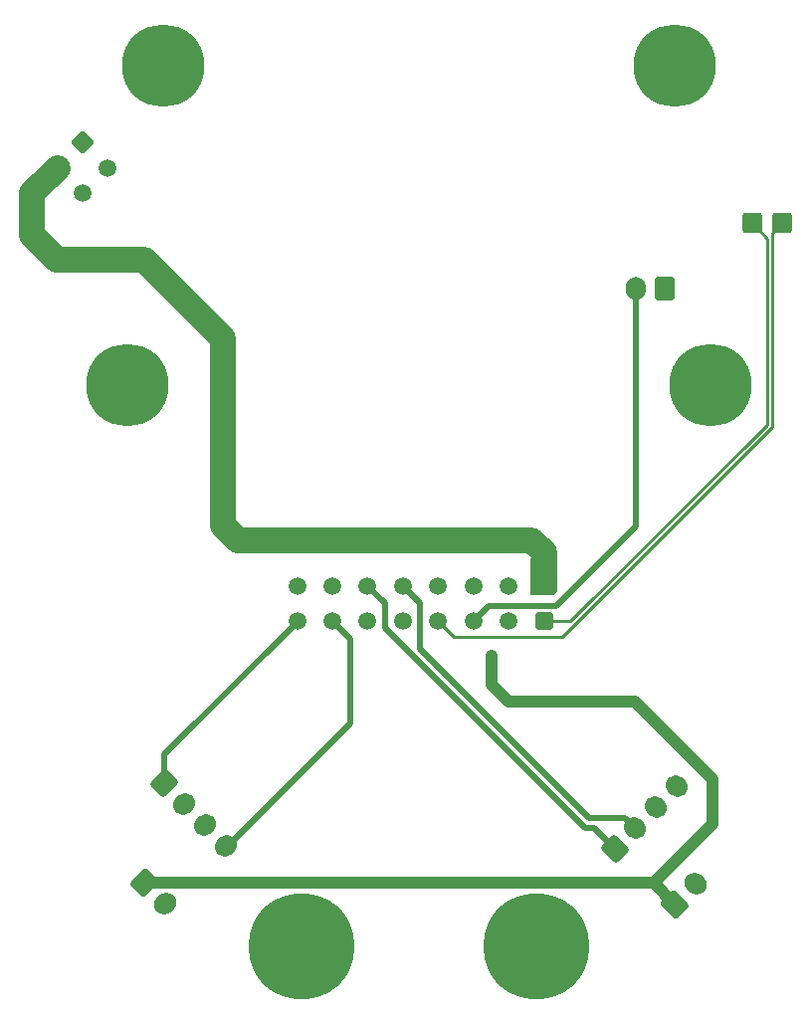
<source format=gbr>
%TF.GenerationSoftware,KiCad,Pcbnew,(6.0.8)*%
%TF.CreationDate,2023-01-17T07:54:51-05:00*%
%TF.ProjectId,K1+K2 Carabiner for Mosquito,4b312b4b-3220-4436-9172-6162696e6572,rev?*%
%TF.SameCoordinates,Original*%
%TF.FileFunction,Copper,L1,Top*%
%TF.FilePolarity,Positive*%
%FSLAX46Y46*%
G04 Gerber Fmt 4.6, Leading zero omitted, Abs format (unit mm)*
G04 Created by KiCad (PCBNEW (6.0.8)) date 2023-01-17 07:54:51*
%MOMM*%
%LPD*%
G01*
G04 APERTURE LIST*
G04 Aperture macros list*
%AMRoundRect*
0 Rectangle with rounded corners*
0 $1 Rounding radius*
0 $2 $3 $4 $5 $6 $7 $8 $9 X,Y pos of 4 corners*
0 Add a 4 corners polygon primitive as box body*
4,1,4,$2,$3,$4,$5,$6,$7,$8,$9,$2,$3,0*
0 Add four circle primitives for the rounded corners*
1,1,$1+$1,$2,$3*
1,1,$1+$1,$4,$5*
1,1,$1+$1,$6,$7*
1,1,$1+$1,$8,$9*
0 Add four rect primitives between the rounded corners*
20,1,$1+$1,$2,$3,$4,$5,0*
20,1,$1+$1,$4,$5,$6,$7,0*
20,1,$1+$1,$6,$7,$8,$9,0*
20,1,$1+$1,$8,$9,$2,$3,0*%
%AMHorizOval*
0 Thick line with rounded ends*
0 $1 width*
0 $2 $3 position (X,Y) of the first rounded end (center of the circle)*
0 $4 $5 position (X,Y) of the second rounded end (center of the circle)*
0 Add line between two ends*
20,1,$1,$2,$3,$4,$5,0*
0 Add two circle primitives to create the rounded ends*
1,1,$1,$2,$3*
1,1,$1,$4,$5*%
G04 Aperture macros list end*
%TA.AperFunction,ComponentPad*%
%ADD10RoundRect,0.250000X-0.954594X-0.106066X-0.106066X-0.954594X0.954594X0.106066X0.106066X0.954594X0*%
%TD*%
%TA.AperFunction,ComponentPad*%
%ADD11HorizOval,1.700000X-0.106066X-0.106066X0.106066X0.106066X0*%
%TD*%
%TA.AperFunction,ComponentPad*%
%ADD12RoundRect,0.250000X0.088388X-0.936916X0.936916X-0.088388X-0.088388X0.936916X-0.936916X0.088388X0*%
%TD*%
%TA.AperFunction,ComponentPad*%
%ADD13HorizOval,1.700000X-0.088388X0.088388X0.088388X-0.088388X0*%
%TD*%
%TA.AperFunction,ComponentPad*%
%ADD14RoundRect,0.250001X0.499999X0.499999X-0.499999X0.499999X-0.499999X-0.499999X0.499999X-0.499999X0*%
%TD*%
%TA.AperFunction,ComponentPad*%
%ADD15C,1.500000*%
%TD*%
%TA.AperFunction,ComponentPad*%
%ADD16RoundRect,0.297500X-0.552500X-0.577500X0.552500X-0.577500X0.552500X0.577500X-0.552500X0.577500X0*%
%TD*%
%TA.AperFunction,ComponentPad*%
%ADD17C,7.000000*%
%TD*%
%TA.AperFunction,ComponentPad*%
%ADD18C,9.000000*%
%TD*%
%TA.AperFunction,ComponentPad*%
%ADD19RoundRect,0.250000X-0.936916X-0.088388X-0.088388X-0.936916X0.936916X0.088388X0.088388X0.936916X0*%
%TD*%
%TA.AperFunction,ComponentPad*%
%ADD20HorizOval,1.700000X-0.088388X-0.088388X0.088388X0.088388X0*%
%TD*%
%TA.AperFunction,ComponentPad*%
%ADD21RoundRect,0.250000X0.600000X0.750000X-0.600000X0.750000X-0.600000X-0.750000X0.600000X-0.750000X0*%
%TD*%
%TA.AperFunction,ComponentPad*%
%ADD22O,1.700000X2.000000*%
%TD*%
%TA.AperFunction,ComponentPad*%
%ADD23RoundRect,0.250000X0.106066X-0.954594X0.954594X-0.106066X-0.106066X0.954594X-0.954594X0.106066X0*%
%TD*%
%TA.AperFunction,ComponentPad*%
%ADD24HorizOval,1.700000X-0.106066X0.106066X0.106066X-0.106066X0*%
%TD*%
%TA.AperFunction,ComponentPad*%
%ADD25RoundRect,0.250001X0.000000X0.707105X-0.707105X0.000000X0.000000X-0.707105X0.707105X0.000000X0*%
%TD*%
%TA.AperFunction,ViaPad*%
%ADD26C,1.000000*%
%TD*%
%TA.AperFunction,Conductor*%
%ADD27C,1.000000*%
%TD*%
%TA.AperFunction,Conductor*%
%ADD28C,0.500000*%
%TD*%
%TA.AperFunction,Conductor*%
%ADD29C,0.250000*%
%TD*%
%TA.AperFunction,Conductor*%
%ADD30C,2.200000*%
%TD*%
G04 APERTURE END LIST*
D10*
%TO.P,P_CF2,1,Pin_1*%
%TO.N,AltVolt*%
X38735000Y-104775000D03*
D11*
%TO.P,P_CF2,2,Pin_2*%
%TO.N,PcFanGnd*%
X40502767Y-106542767D03*
%TD*%
D12*
%TO.P,EStepper1,1,Pin_1*%
%TO.N,Stepper2B*%
X78740000Y-101854000D03*
D13*
%TO.P,EStepper1,2,Pin_2*%
%TO.N,Stepper2A*%
X80507767Y-100086233D03*
%TO.P,EStepper1,3,Pin_3*%
%TO.N,Stepper1B*%
X82275534Y-98318466D03*
%TO.P,EStepper1,4,Pin_4*%
%TO.N,Stepper1A*%
X84043301Y-96550699D03*
%TD*%
D14*
%TO.P,Carabiner_Input1,1,Pin_1*%
%TO.N,ThChamber*%
X72730000Y-82500000D03*
D15*
%TO.P,Carabiner_Input1,2,Pin_2*%
%TO.N,PcFanGnd*%
X69730000Y-82500000D03*
%TO.P,Carabiner_Input1,3,Pin_3*%
%TO.N,HotendFanGnd*%
X66730000Y-82500000D03*
%TO.P,Carabiner_Input1,4,Pin_4*%
%TO.N,ThCommonGnd*%
X63730000Y-82500000D03*
%TO.P,Carabiner_Input1,5,Pin_5*%
%TO.N,Stepper1A*%
X60730000Y-82500000D03*
%TO.P,Carabiner_Input1,6,Pin_6*%
%TO.N,Stepper1B*%
X57730000Y-82500000D03*
%TO.P,Carabiner_Input1,7,Pin_7*%
%TO.N,A1*%
X54730000Y-82500000D03*
%TO.P,Carabiner_Input1,8,Pin_8*%
%TO.N,A4*%
X51730000Y-82500000D03*
%TO.P,Carabiner_Input1,9,Pin_9*%
%TO.N,HotendVoltage*%
X72730000Y-79500000D03*
%TO.P,Carabiner_Input1,10,Pin_10*%
%TO.N,HotendNeg*%
X69730000Y-79500000D03*
%TO.P,Carabiner_Input1,11,Pin_11*%
%TO.N,AltVolt*%
X66730000Y-79500000D03*
%TO.P,Carabiner_Input1,12,Pin_12*%
%TO.N,ThHotend*%
X63730000Y-79500000D03*
%TO.P,Carabiner_Input1,13,Pin_13*%
%TO.N,Stepper2A*%
X60730000Y-79500000D03*
%TO.P,Carabiner_Input1,14,Pin_14*%
%TO.N,Stepper2B*%
X57730000Y-79500000D03*
%TO.P,Carabiner_Input1,15,Pin_15*%
%TO.N,A2-*%
X54730000Y-79500000D03*
%TO.P,Carabiner_Input1,16,Pin_16*%
%TO.N,A2+*%
X51730000Y-79500000D03*
%TD*%
D16*
%TO.P,ChamberTh1,1,Pin_1*%
%TO.N,ThChamber*%
X90424000Y-48641000D03*
%TO.P,ChamberTh1,2,Pin_2*%
%TO.N,ThCommonGnd*%
X92964000Y-48641000D03*
%TD*%
D17*
%TO.P,H5,1*%
%TO.N,N/C*%
X37287074Y-62414644D03*
%TD*%
D18*
%TO.P,H1,1*%
%TO.N,N/C*%
X52106522Y-110180268D03*
%TD*%
D17*
%TO.P,H4,1*%
%TO.N,N/C*%
X86925970Y-62414644D03*
%TD*%
%TO.P,H3,1*%
%TO.N,N/C*%
X83856522Y-35180268D03*
%TD*%
%TO.P,H6,1*%
%TO.N,N/C*%
X40356522Y-35180268D03*
%TD*%
D19*
%TO.P,ZBeacon1,1,Pin_1*%
%TO.N,A4*%
X40391581Y-96291119D03*
D20*
%TO.P,ZBeacon1,2,Pin_2*%
%TO.N,A2+*%
X42159348Y-98058886D03*
%TO.P,ZBeacon1,3,Pin_3*%
%TO.N,A2-*%
X43927115Y-99826653D03*
%TO.P,ZBeacon1,4,Pin_4*%
%TO.N,A1*%
X45694882Y-101594420D03*
%TD*%
D18*
%TO.P,H2,1*%
%TO.N,N/C*%
X72106522Y-110180268D03*
%TD*%
D21*
%TO.P,HE_CF1,1,Pin_1*%
%TO.N,AltVolt*%
X83018000Y-54229000D03*
D22*
%TO.P,HE_CF1,2,Pin_2*%
%TO.N,HotendFanGnd*%
X80518000Y-54229000D03*
%TD*%
D23*
%TO.P,P_CF1,1,Pin_1*%
%TO.N,AltVolt*%
X83834886Y-106557653D03*
D24*
%TO.P,P_CF1,2,Pin_2*%
%TO.N,PcFanGnd*%
X85602653Y-104789886D03*
%TD*%
D25*
%TO.P,Th+He1,1,Pin_1*%
%TO.N,HotendNeg*%
X33488551Y-41781231D03*
D15*
%TO.P,Th+He1,2,Pin_2*%
%TO.N,HotendVoltage*%
X31367231Y-43902551D03*
%TO.P,Th+He1,3,Pin_3*%
%TO.N,ThHotend*%
X35609871Y-43902551D03*
%TO.P,Th+He1,4,Pin_4*%
%TO.N,ThCommonGnd*%
X33488551Y-46023872D03*
%TD*%
D26*
%TO.N,AltVolt*%
X68300000Y-85400000D03*
%TD*%
D27*
%TO.N,AltVolt*%
X87100000Y-95900000D02*
X87100000Y-99700000D01*
X69700000Y-89300000D02*
X80500000Y-89300000D01*
X82052233Y-104747767D02*
X87100000Y-99700000D01*
X68300000Y-85400000D02*
X68300000Y-87900000D01*
X68300000Y-87900000D02*
X69700000Y-89300000D01*
X82052233Y-104775000D02*
X38735000Y-104775000D01*
X83834886Y-106557653D02*
X82052233Y-104775000D01*
X80500000Y-89300000D02*
X87100000Y-95900000D01*
X82052233Y-104775000D02*
X82052233Y-104747767D01*
D28*
%TO.N,HotendFanGnd*%
X80558000Y-74442000D02*
X80518000Y-74402000D01*
X73800000Y-81200000D02*
X80558000Y-74442000D01*
X68030000Y-81200000D02*
X73800000Y-81200000D01*
X66730000Y-82500000D02*
X68030000Y-81200000D01*
X80518000Y-74402000D02*
X80518000Y-54229000D01*
D29*
%TO.N,ThChamber*%
X75000000Y-82500000D02*
X91700000Y-65800000D01*
X91700000Y-65800000D02*
X91700000Y-49917000D01*
X72730000Y-82500000D02*
X75000000Y-82500000D01*
X91700000Y-49917000D02*
X90424000Y-48641000D01*
%TO.N,ThCommonGnd*%
X92150000Y-49455000D02*
X92964000Y-48641000D01*
X65048198Y-83818198D02*
X74318198Y-83818198D01*
X74318198Y-83818198D02*
X92150000Y-65986396D01*
X92150000Y-65986396D02*
X92150000Y-49455000D01*
X63730000Y-82500000D02*
X65048198Y-83818198D01*
D28*
%TO.N,A1*%
X54730000Y-82500000D02*
X56261000Y-84031000D01*
D29*
X45852580Y-101594420D02*
X45694882Y-101594420D01*
D28*
X56261000Y-91186000D02*
X45852580Y-101594420D01*
X56261000Y-84031000D02*
X56261000Y-91186000D01*
%TO.N,A4*%
X40391581Y-93847419D02*
X51730000Y-82509000D01*
X51730000Y-82509000D02*
X51730000Y-82500000D01*
X40391581Y-96291119D02*
X40391581Y-93847419D01*
D30*
%TO.N,HotendVoltage*%
X45400000Y-74300000D02*
X46700000Y-75600000D01*
X38700000Y-51700000D02*
X45400000Y-58400000D01*
X31300000Y-51700000D02*
X38700000Y-51700000D01*
X72730000Y-76630000D02*
X72730000Y-78830000D01*
X46700000Y-75600000D02*
X71700000Y-75600000D01*
X29200000Y-46069782D02*
X29200000Y-49600000D01*
X29200000Y-49600000D02*
X31300000Y-51700000D01*
X31367231Y-43902551D02*
X29200000Y-46069782D01*
X45400000Y-58400000D02*
X45400000Y-74300000D01*
X71700000Y-75600000D02*
X72730000Y-76630000D01*
D28*
%TO.N,Stepper2B*%
X78740000Y-101854000D02*
X78740000Y-101840000D01*
X78740000Y-101840000D02*
X77000000Y-100100000D01*
X59200000Y-80970000D02*
X57730000Y-79500000D01*
X76200000Y-100100000D02*
X59200000Y-83100000D01*
X77000000Y-100100000D02*
X76200000Y-100100000D01*
X59200000Y-83100000D02*
X59200000Y-80970000D01*
%TO.N,Stepper2A*%
X62200000Y-84827208D02*
X76572792Y-99200000D01*
X76572792Y-99200000D02*
X79621534Y-99200000D01*
X62200000Y-80970000D02*
X62200000Y-84827208D01*
X79621534Y-99200000D02*
X80507767Y-100086233D01*
X60730000Y-79500000D02*
X62200000Y-80970000D01*
%TD*%
%TA.AperFunction,Conductor*%
%TO.N,HotendVoltage*%
G36*
X73842121Y-77120002D02*
G01*
X73888614Y-77173658D01*
X73900000Y-77226000D01*
X73900000Y-79845022D01*
X73879998Y-79913143D01*
X73863095Y-79934117D01*
X73534117Y-80263095D01*
X73471805Y-80297121D01*
X73445022Y-80300000D01*
X71726000Y-80300000D01*
X71657879Y-80279998D01*
X71611386Y-80226342D01*
X71600000Y-80174000D01*
X71600000Y-77226000D01*
X71620002Y-77157879D01*
X71673658Y-77111386D01*
X71726000Y-77100000D01*
X73774000Y-77100000D01*
X73842121Y-77120002D01*
G37*
%TD.AperFunction*%
%TD*%
M02*

</source>
